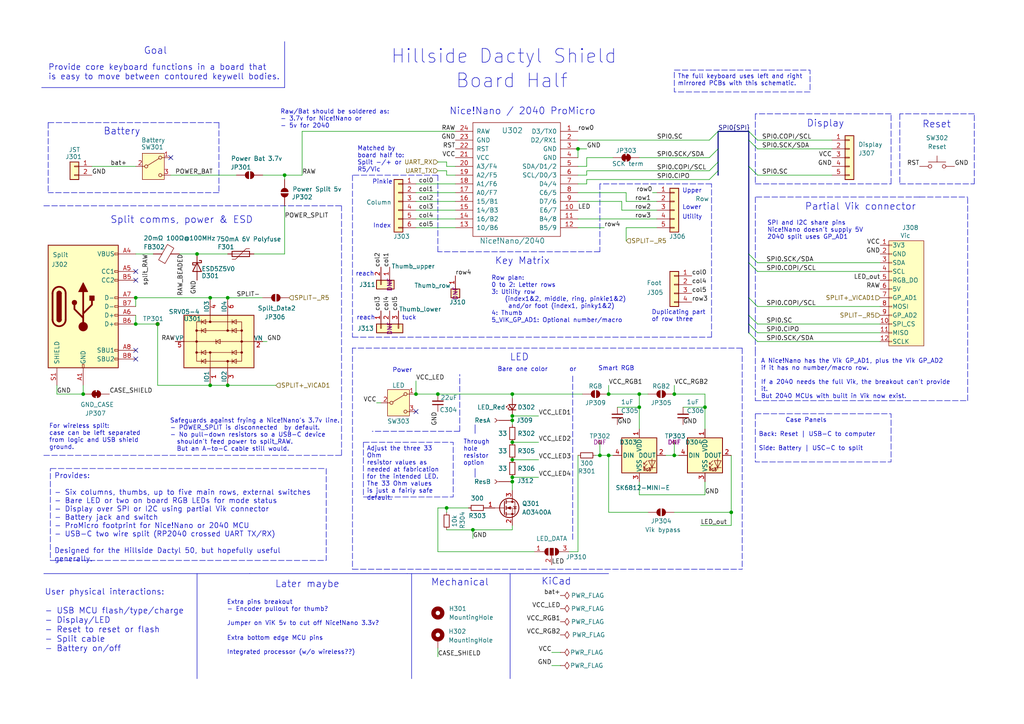
<source format=kicad_sch>
(kicad_sch (version 20250114) (generator "eeschema") (generator_version "9.0")
  (paper "A4")
  (title_block (title "Hillside Dactyl Shield") (date "2025-04-19") (rev "0.1.0-alpha.3") (comment 1 "  Headers: MCU, key matrix and display") (comment 2 "  On board: reset, battery switch and LEDs") (comment 3 "Provides:") (comment 4 "Shield for Dactyl split keyboards "))
  (bus_alias "SPI" (members "SC" "SCK/SDA" "COPI/SCL" "CIPO"))
  (text "Extra pins breakout\n- Encoder pullout for thumb?\n\nJumper on ViK 5v to cut off Nice!Nano 3.3v?" (at 65.786 181.61 0) (effects (font (size 1.27 1.27)) (justify left bottom)))
  (text "SPI and I2C share pins\nNice!Nano doesn't supply 5V\n2040 split uses GP_AD1" (at 222.504 66.802 0) (effects (font (size 1.27 1.27)) (justify left)))
  (text "Duplicating part\nof row three" (at 188.976 91.694 0) (effects (font (size 1.27 1.27)) (justify left)))
  (text "Matched by \nboard half to:\nSplit -/+ or \nR5/Vic" (at 103.632 50.038 0) (effects (font (size 1.27 1.27)) (justify left bottom)))
  (text "Upper" (at 197.866 56.134 0) (effects (font (size 1.27 1.27)) (justify left bottom)))
  (text "Board Half" (at 132.08 25.908 0) (effects (font (size 4 4)) (justify left bottom)))
  (text "Index" (at 108.204 66.294 0) (effects (font (size 1.27 1.27)) (justify left bottom)))
  (text "For wireless split: \ncase can be left separated \nfrom logic and USB shield \nground." (at 14.224 130.556 0) (effects (font (size 1.27 1.27)) (justify left bottom)))
  (text "Through\nhole\nresistor\noption" (at 134.366 135.128 0) (effects (font (size 1.27 1.27)) (justify left bottom)))
  (text "Utility" (at 197.866 63.754 0) (effects (font (size 1.27 1.27)) (justify left bottom)))
  (text "Battery" (at 29.972 39.37 0) (effects (font (size 2 2)) (justify left bottom)))
  (text "Key Matrix" (at 143.51 76.962 0) (effects (font (size 2 2)) (justify left bottom)))
  (text "Bare one color" (at 144.272 107.95 0) (effects (font (size 1.27 1.27)) (justify left bottom)))
  (text "tuck" (at 116.586 92.964 0) (effects (font (size 1.27 1.27)) (justify left bottom)))
  (text "Pinkie" (at 107.95 53.594 0) (effects (font (size 1.27 1.27)) (justify left bottom)))
  (text "Row plan:\n0 to 2: Letter rows\n3: Utility row \n    (index1&2, middle, ring, pinkie1&2) \n     and/or foot (index1, pinky1&2)\n4: Thumb\n5_VIK_GP_AD1: Optional number/macro" (at 142.494 86.868 0) (effects (font (size 1.27 1.27)) (justify left)))
  (text "Safeguards against frying a Nice!Nano's 3.7v line.\n- POWER_SPLIT is disconnected  by default.\n- No pull-down resistors so a USB-C device \n  shouldn't feed power to split_RAW.\n  But an A-to-C cable still would." (at 49.276 131.064 0) (effects (font (size 1.27 1.27)) (justify left bottom)))
  (text "Smart RGB" (at 173.482 107.696 0) (effects (font (size 1.27 1.27)) (justify left bottom)))
  (text "Lower" (at 197.866 60.96 0) (effects (font (size 1.27 1.27)) (justify left bottom)))
  (text "Display" (at 233.934 37.084 0) (effects (font (size 2 2)) (justify left bottom)))
  (text "KiCad" (at 156.972 169.926 0) (effects (font (size 2 2)) (justify left bottom)))
  (text "${TITLE}" (at 113.284 18.796 0) (effects (font (size 4 4)) (justify left bottom)))
  (text "Provide core keyboard functions in a board that\nis easy to move between contoured keywell bodies." (at 13.97 23.368 0) (effects (font (size 1.7 1.7)) (justify left bottom)))
  (text "User physical interactions:\n\n- USB MCU flash/type/charge\n- Display/LED\n- Reset to reset or flash\n- Split cable\n- Battery on/off\n" (at 12.954 189.23 0) (effects (font (size 1.7 1.7)) (justify left bottom)))
  (text "reach" (at 103.378 92.964 0) (effects (font (size 1.27 1.27)) (justify left bottom)))
  (text "Goal" (at 41.656 16.002 0) (effects (font (size 2 2)) (justify left bottom)))
  (text "Mechanical" (at 124.968 170.18 0) (effects (font (size 2 2)) (justify left bottom)))
  (text "Nice!Nano / 2040 ProMicro" (at 130.302 33.528 0) (effects (font (size 2 2)) (justify left bottom)))
  (text "Power" (at 113.792 108.204 0) (effects (font (size 1.27 1.27)) (justify left bottom)))
  (text "Partial Vik connector" (at 233.426 61.214 0) (effects (font (size 2 2)) (justify left bottom)))
  (text "LED" (at 147.828 104.902 0) (effects (font (size 2 2)) (justify left bottom)))
  (text "Raw/Bat should be soldered as:\n- 3.7v for Nice!Nano or\n- 5v for 2040" (at 81.28 37.338 0) (effects (font (size 1.27 1.27)) (justify left bottom)))
  (text "Later maybe" (at 79.756 170.688 0) (effects (font (size 2 2)) (justify left bottom)))
  (text "reach" (at 103.124 80.264 0) (effects (font (size 1.27 1.27)) (justify left bottom)))
  (text "or" (at 165.1 107.95 0) (effects (font (size 1.27 1.27)) (justify left bottom)))
  (text "Reset" (at 267.462 37.338 0) (effects (font (size 2 2)) (justify left bottom)))
  (text "Extra bottom edge MCU pins\n\nIntegrated processor (w/o wireless??)" (at 65.786 189.992 0) (effects (font (size 1.27 1.27)) (justify left bottom)))
  (text_box "A Nice!Nano has the Vik GP_AD1, plus the Vik GP_AD2 \nif it has no number/macro row.\n\nIf a 2040 needs the full Vik, the breakout can't provide it.\nBut 2040 MCUs with built in Vik now exist." (at 219.71 102.87 0) (size 59.69 12.7) (margins 0.9524 0.9524 0.9524 0.9524) (stroke (width -0.0001) (type dash)) (effects (font (size 1.27 1.27)) (justify left top)))
  (text_box "The full keyboard uses left and right \nmirrored PCBs with this schematic." (at 195.58 20.32 0) (size 39.37 6.35) (margins 0.9525 0.9525 0.9525 0.9525) (stroke (width 0) (type dash)) (effects (font (size 1.27 1.27)) (justify left top)))
  (text_box "Adjust the three 33 Ohm\nresistor values as\nneeded at fabrication\nfor the intended LED.\nThe 33 Ohm values\nis just a fairly safe\ndefault." (at 105.41 128.27 0) (size 26.035 15.875) (margins 0.9525 0.9525 0.9525 0.9525) (stroke (width 0) (type dash)) (effects (font (size 1.27 1.27)) (justify left top)))
  (text_box "Provides:\n\n- Six columns, thumbs, up to five main rows, external switches\n- Bare LED or two on board RGB LEDs for mode status\n- Display over SPI or I2C using partial Vik connector\n- Battery jack and switch\n- ProMicro footprint for Nice!Nano or 2040 MCU\n- USB-C two wire split (RP2040 crossed UART TX/RX)\n\nDesigned for the Hillside Dactyl 50, but hopefully useful generally." (at 14.605 135.89 0) (size 80.01 26.67) (margins 1.125 1.125 1.125 1.125) (stroke (width 0) (type dash)) (effects (font (size 1.5 1.5)) (justify left top)))
  (text_box "        Case Panels\n\nBack: Reset | USB-C to computer\n\nSide: Battery | USC-C to split" (at 219.075 120.015 0) (size 39.37 13.97) (margins 0.9525 0.9525 0.9525 0.9525) (stroke (width 0) (type dash)) (effects (font (size 1.27 1.27)) (justify left top)))
  (text_box "Split comms, power & ESD" (at 30.48 60.96 0) (size 45.72 5.715) (margins 1.4999 1.4999 1.4999 1.4999) (stroke (width -0.0001)) (effects (font (size 2 2)) (justify left top)))
  (junction (at 204.47 118.11))
  (junction (at 57.15 73.66))
  (junction (at 66.04 86.36))
  (junction (at 120.65 114.3))
  (junction (at 176.53 132.08))
  (junction (at 167.64 43.18))
  (junction (at 66.04 111.76))
  (junction (at 195.58 114.3))
  (junction (at 195.58 132.08))
  (junction (at 82.55 50.8))
  (junction (at 148.59 120.65))
  (junction (at 137.16 153.67))
  (junction (at 148.59 114.3))
  (junction (at 185.42 118.11))
  (junction (at 148.59 138.43))
  (junction (at 148.59 128.27))
  (junction (at 173.99 132.08))
  (junction (at 60.96 86.36))
  (junction (at 24.13 114.3))
  (junction (at 185.42 114.3))
  (junction (at 176.53 114.3))
  (junction (at 148.59 121.92))
  (junction (at 127 114.3))
  (junction (at 212.09 148.59))
  (junction (at 129.54 147.32))
  (junction (at 148.59 133.35))
  (junction (at 39.37 86.36))
  (junction (at 39.37 93.98))
  (junction (at 60.96 111.76))
  (junction (at 148.59 139.7))
  (junction (at 45.72 93.98))
  (no_connect (at 120.65 119.38))
  (no_connect (at 39.37 78.74))
  (no_connect (at 49.53 45.72))
  (no_connect (at 39.37 81.28))
  (no_connect (at 39.37 101.6))
  (no_connect (at 39.37 104.14))
  (bus_entry (at 217.17 40.64) (size 2.54 2.54))
  (bus_entry (at 217.17 91.44) (size 2.54 2.54))
  (bus_entry (at 208.28 43.18) (size -2.54 2.54))
  (bus_entry (at 217.17 86.36) (size 2.54 2.54))
  (bus_entry (at 208.28 49.53) (size -2.54 2.54))
  (bus_entry (at 217.17 48.26) (size 2.54 2.54))
  (bus_entry (at 208.28 46.99) (size -2.54 2.54))
  (bus_entry (at 217.17 96.52) (size 2.54 2.54))
  (bus_entry (at 217.17 76.2) (size 2.54 2.54))
  (bus_entry (at 217.17 93.98) (size 2.54 2.54))
  (bus_entry (at 208.28 38.1) (size -2.54 2.54))
  (bus_entry (at 217.17 73.66) (size 2.54 2.54))
  (bus_entry (at 217.17 38.1) (size 2.54 2.54))
  (wire (pts (xy 76.2 50.8) (xy 82.55 50.8)))
  (bus (pts (xy 217.17 40.64) (xy 217.17 48.26)))
  (wire (pts (xy 129.54 49.53) (xy 129.54 50.8)))
  (wire (pts (xy 179.07 118.11) (xy 185.42 118.11)))
  (wire (pts (xy 148.59 153.67) (xy 148.59 152.4)))
  (wire (pts (xy 16.51 114.3) (xy 16.51 111.76)))
  (wire (pts (xy 212.09 152.4) (xy 212.09 148.59)))
  (wire (pts (xy 82.55 50.8) (xy 82.55 52.07)))
  (polyline (pts (xy 127 73.025) (xy 127 72.39)) (stroke (width 0) (type dot)))
  (wire (pts (xy 170.18 48.26) (xy 167.64 48.26)))
  (wire (pts (xy 39.37 91.44) (xy 39.37 93.98)))
  (polyline (pts (xy 102.235 165.1) (xy 215.265 165.1)) (stroke (width 0) (type dash)))
  (wire (pts (xy 73.66 73.66) (xy 82.55 73.66)))
  (wire (pts (xy 167.64 50.8) (xy 170.18 50.8)))
  (wire (pts (xy 120.65 53.34) (xy 132.08 53.34)))
  (wire (pts (xy 219.71 93.98) (xy 255.27 93.98)))
  (polyline (pts (xy 219.075 101.6) (xy 219.075 116.205)) (stroke (width 0) (type dash)))
  (wire (pts (xy 148.59 120.65) (xy 148.59 121.92)))
  (polyline (pts (xy 219.075 53.34) (xy 258.445 53.34)) (stroke (width 0) (type dash)))
  (wire (pts (xy 181.61 58.42) (xy 181.61 55.88)))
  (wire (pts (xy 219.71 76.2) (xy 255.27 76.2)))
  (wire (pts (xy 193.04 132.08) (xy 195.58 132.08)))
  (polyline (pts (xy 133.35 125.095) (xy 107.95 125.095)) (stroke (width 0) (type dash)))
  (wire (pts (xy 66.04 86.36) (xy 76.2 86.36)))
  (wire (pts (xy 129.54 148.59) (xy 129.54 147.32)))
  (wire (pts (xy 120.65 66.04) (xy 132.08 66.04)))
  (wire (pts (xy 195.58 111.76) (xy 195.58 114.3)))
  (polyline (pts (xy 266.7 57.15) (xy 280.67 57.15)) (stroke (width 0) (type dash)))
  (wire (pts (xy 60.96 111.76) (xy 45.72 111.76)))
  (polyline (pts (xy 206.375 97.79) (xy 206.375 53.34)) (stroke (width 0) (type dash)))
  (polyline (pts (xy 147.955 166.37) (xy 147.955 196.85)))
  (wire (pts (xy 148.59 139.7) (xy 148.59 142.24)))
  (wire (pts (xy 24.13 114.3) (xy 24.13 111.76)))
  (wire (pts (xy 148.59 115.57) (xy 148.59 114.3)))
  (wire (pts (xy 173.99 128.27) (xy 173.99 132.08)))
  (wire (pts (xy 120.65 110.49) (xy 120.65 114.3)))
  (wire (pts (xy 127 147.32) (xy 127 160.02)))
  (wire (pts (xy 195.58 132.08) (xy 196.85 132.08)))
  (wire (pts (xy 185.42 118.11) (xy 185.42 124.46)))
  (wire (pts (xy 39.37 73.66) (xy 44.45 73.66)))
  (wire (pts (xy 172.72 132.08) (xy 173.99 132.08)))
  (wire (pts (xy 195.58 114.3) (xy 204.47 114.3)))
  (bus (pts (xy 208.28 38.1) (xy 208.28 43.18)))
  (wire (pts (xy 170.18 53.34) (xy 167.64 53.34)))
  (polyline (pts (xy 127 50.8) (xy 102.235 50.8)) (stroke (width 0) (type dash)))
  (wire (pts (xy 219.71 78.74) (xy 255.27 78.74)))
  (wire (pts (xy 127 114.3) (xy 148.59 114.3)))
  (wire (pts (xy 219.71 99.06) (xy 255.27 99.06)))
  (wire (pts (xy 170.18 50.8) (xy 170.18 49.53)))
  (polyline (pts (xy 173.99 73.025) (xy 127 73.025)) (stroke (width 0) (type dash)))
  (wire (pts (xy 219.71 40.64) (xy 241.3 40.64)))
  (polyline (pts (xy 219.075 57.15) (xy 219.075 101.6)) (stroke (width 0) (type dash)))
  (wire (pts (xy 170.18 49.53) (xy 205.74 49.53)))
  (wire (pts (xy 170.18 52.07) (xy 205.74 52.07)))
  (wire (pts (xy 120.65 114.3) (xy 127 114.3)))
  (wire (pts (xy 204.47 143.51) (xy 204.47 139.7)))
  (wire (pts (xy 167.64 132.08) (xy 167.64 160.02)))
  (polyline (pts (xy 119.38 166.37) (xy 119.38 196.85)))
  (wire (pts (xy 45.72 111.76) (xy 45.72 93.98)))
  (polyline (pts (xy 260.985 33.02) (xy 260.985 53.34)) (stroke (width 0) (type dash)))
  (bus (pts (xy 217.17 40.64) (xy 217.17 38.1)))
  (wire (pts (xy 57.15 73.66) (xy 66.04 73.66)))
  (wire (pts (xy 185.42 45.72) (xy 205.74 45.72)))
  (wire (pts (xy 185.42 143.51) (xy 204.47 143.51)))
  (wire (pts (xy 132.08 38.1) (xy 87.63 38.1)))
  (bus (pts (xy 217.17 76.2) (xy 217.17 73.66)))
  (wire (pts (xy 39.37 93.98) (xy 45.72 93.98)))
  (polyline (pts (xy 82.55 25.4) (xy 82.55 12.065)))
  (wire (pts (xy 165.1 160.02) (xy 167.64 160.02)))
  (wire (pts (xy 160.02 189.23) (xy 162.56 189.23)))
  (bus (pts (xy 217.17 73.66) (xy 217.17 48.26)))
  (polyline (pts (xy 102.235 97.79) (xy 206.375 97.79)) (stroke (width 0) (type dash)))
  (wire (pts (xy 180.34 60.96) (xy 180.34 58.42)))
  (wire (pts (xy 170.18 45.72) (xy 177.8 45.72)))
  (polyline (pts (xy 173.99 53.34) (xy 173.99 73.025)) (stroke (width 0) (type dash)))
  (wire (pts (xy 181.61 66.04) (xy 181.61 69.85)))
  (wire (pts (xy 185.42 114.3) (xy 185.42 118.11)))
  (wire (pts (xy 39.37 86.36) (xy 60.96 86.36)))
  (polyline (pts (xy 127 50.8) (xy 127 73.025)) (stroke (width 0) (type dash)))
  (wire (pts (xy 127 49.53) (xy 129.54 49.53)))
  (wire (pts (xy 167.64 63.5) (xy 190.5 63.5)))
  (wire (pts (xy 167.64 43.18) (xy 170.18 43.18)))
  (wire (pts (xy 219.71 50.8) (xy 241.3 50.8)))
  (polyline (pts (xy 99.06 132.08) (xy 99.06 59.69)) (stroke (width 0) (type dash)))
  (wire (pts (xy 87.63 38.1) (xy 87.63 50.8)))
  (polyline (pts (xy 206.375 53.34) (xy 173.99 53.34)) (stroke (width 0) (type dash)))
  (wire (pts (xy 167.64 55.88) (xy 181.61 55.88)))
  (polyline (pts (xy 166.116 156.464) (xy 166.116 108.839)) (stroke (width 0) (type dash)))
  (wire (pts (xy 181.61 66.04) (xy 190.5 66.04)))
  (bus (pts (xy 208.28 43.18) (xy 208.28 46.99)))
  (polyline (pts (xy 137.795 135.89) (xy 137.795 138.43)) (stroke (width 0) (type solid)))
  (wire (pts (xy 160.02 193.04) (xy 162.56 193.04)))
  (wire (pts (xy 176.53 111.76) (xy 176.53 114.3)))
  (wire (pts (xy 167.64 45.72) (xy 167.64 43.18)))
  (wire (pts (xy 127 160.02) (xy 154.94 160.02)))
  (polyline (pts (xy 219.075 33.02) (xy 219.075 53.34)) (stroke (width 0) (type dash)))
  (wire (pts (xy 16.51 114.3) (xy 24.13 114.3)))
  (bus (pts (xy 217.17 96.52) (xy 217.17 93.98)))
  (wire (pts (xy 204.47 114.3) (xy 204.47 118.11)))
  (polyline (pts (xy 72.39 166.37) (xy 118.11 166.37)))
  (wire (pts (xy 219.71 96.52) (xy 255.27 96.52)))
  (polyline (pts (xy 258.445 33.02) (xy 219.075 33.02)) (stroke (width 0) (type dash)))
  (wire (pts (xy 129.54 48.26) (xy 132.08 48.26)))
  (wire (pts (xy 127 147.32) (xy 129.54 147.32)))
  (wire (pts (xy 181.61 58.42) (xy 190.5 58.42)))
  (wire (pts (xy 66.04 111.76) (xy 60.96 111.76)))
  (wire (pts (xy 87.63 50.8) (xy 82.55 50.8)))
  (wire (pts (xy 148.59 121.92) (xy 148.59 123.19)))
  (wire (pts (xy 80.01 111.76) (xy 66.04 111.76)))
  (polyline (pts (xy 133.35 125.095) (xy 133.35 108.585)) (stroke (width 0) (type dash)))
  (wire (pts (xy 137.16 153.67) (xy 148.59 153.67)))
  (polyline (pts (xy 102.235 50.8) (xy 102.235 97.79)) (stroke (width 0) (type dash)))
  (polyline (pts (xy 102.235 100.965) (xy 102.235 165.1)) (stroke (width 0) (type dash)))
  (wire (pts (xy 180.34 60.96) (xy 190.5 60.96)))
  (polyline (pts (xy 280.67 116.205) (xy 280.67 57.15)) (stroke (width 0) (type dash)))
  (wire (pts (xy 49.53 50.8) (xy 68.58 50.8)))
  (wire (pts (xy 82.55 59.69) (xy 82.55 73.66)))
  (polyline (pts (xy 13.97 35.56) (xy 13.97 55.88)) (stroke (width 0) (type dash)))
  (wire (pts (xy 167.64 66.04) (xy 175.26 66.04)))
  (wire (pts (xy 195.58 128.27) (xy 195.58 132.08)))
  (wire (pts (xy 167.64 58.42) (xy 180.34 58.42)))
  (wire (pts (xy 204.47 118.11) (xy 204.47 124.46)))
  (wire (pts (xy 212.09 152.4) (xy 203.2 152.4)))
  (wire (pts (xy 176.53 132.08) (xy 177.8 132.08)))
  (wire (pts (xy 195.58 148.59) (xy 212.09 148.59)))
  (wire (pts (xy 173.99 132.08) (xy 176.53 132.08)))
  (wire (pts (xy 60.96 86.36) (xy 66.04 86.36)))
  (wire (pts (xy 129.54 50.8) (xy 132.08 50.8)))
  (wire (pts (xy 170.18 45.72) (xy 170.18 48.26)))
  (wire (pts (xy 190.5 55.88) (xy 189.23 55.88)))
  (wire (pts (xy 127 187.96) (xy 127 190.5)))
  (wire (pts (xy 176.53 114.3) (xy 185.42 114.3)))
  (wire (pts (xy 120.65 55.88) (xy 132.08 55.88)))
  (polyline (pts (xy 12.7 166.37) (xy 72.39 166.37)))
  (wire (pts (xy 170.18 52.07) (xy 170.18 53.34)))
  (polyline (pts (xy 260.985 53.34) (xy 282.575 53.34)) (stroke (width 0) (type dash)))
  (polyline (pts (xy 176.53 166.37) (xy 118.11 166.37)))
  (wire (pts (xy 109.22 116.84) (xy 110.49 116.84)))
  (polyline (pts (xy 12.7 59.69) (xy 99.06 59.69)) (stroke (width 0) (type dash)))
  (polyline (pts (xy 63.5 35.56) (xy 63.5 55.88)) (stroke (width 0) (type dash)))
  (wire (pts (xy 148.59 128.27) (xy 156.21 128.27)))
  (polyline (pts (xy 219.075 116.205) (xy 280.67 116.205)) (stroke (width 0) (type dash)))
  (polyline (pts (xy 215.265 100.965) (xy 215.265 165.1)) (stroke (width 0) (type dash)))
  (wire (pts (xy 176.53 148.59) (xy 187.96 148.59)))
  (wire (pts (xy 219.71 88.9) (xy 255.27 88.9)))
  (wire (pts (xy 219.71 43.18) (xy 241.3 43.18)))
  (polyline (pts (xy 13.97 35.56) (xy 63.5 35.56)) (stroke (width 0) (type dash)))
  (wire (pts (xy 39.37 86.36) (xy 39.37 88.9)))
  (wire (pts (xy 76.2 99.06) (xy 77.47 99.06)))
  (wire (pts (xy 120.65 58.42) (xy 132.08 58.42)))
  (wire (pts (xy 176.53 132.08) (xy 176.53 148.59)))
  (wire (pts (xy 167.64 40.64) (xy 205.74 40.64)))
  (wire (pts (xy 26.67 48.26) (xy 39.37 48.26)))
  (wire (pts (xy 52.07 73.66) (xy 57.15 73.66)))
  (wire (pts (xy 185.42 114.3) (xy 187.96 114.3)))
  (polyline (pts (xy 12.7 132.08) (xy 99.06 132.08)) (stroke (width 0) (type dash)))
  (polyline (pts (xy 282.575 33.02) (xy 260.985 33.02)) (stroke (width 0) (type dash)))
  (wire (pts (xy 120.65 63.5) (xy 132.08 63.5)))
  (wire (pts (xy 148.59 114.3) (xy 168.91 114.3)))
  (bus (pts (xy 217.17 76.2) (xy 217.17 86.36)))
  (wire (pts (xy 148.59 138.43) (xy 148.59 139.7)))
  (wire (pts (xy 148.59 120.65) (xy 156.21 120.65)))
  (wire (pts (xy 198.12 118.11) (xy 204.47 118.11)))
  (polyline (pts (xy 215.265 100.965) (xy 102.235 100.965)) (stroke (width 0) (type dash)))
  (wire (pts (xy 129.54 46.99) (xy 129.54 48.26)))
  (polyline (pts (xy 266.7 57.15) (xy 219.075 57.15)) (stroke (width 0) (type dash)))
  (wire (pts (xy 148.59 133.35) (xy 156.21 133.35)))
  (wire (pts (xy 185.42 143.51) (xy 185.42 139.7)))
  (polyline (pts (xy 12.065 25.4) (xy 82.55 25.4)))
  (polyline (pts (xy 258.445 53.34) (xy 258.445 33.02)) (stroke (width 0) (type dash)))
  (wire (pts (xy 137.16 153.67) (xy 137.16 156.21)))
  (polyline (pts (xy 57.15 166.37) (xy 57.15 196.85)))
  (bus (pts (xy 208.28 46.99) (xy 208.28 49.53)))
  (bus (pts (xy 217.17 91.44) (xy 217.17 93.98)))
  (wire (pts (xy 120.65 60.96) (xy 132.08 60.96)))
  (bus (pts (xy 208.28 49.53) (xy 208.28 50.8)))
  (wire (pts (xy 212.09 132.08) (xy 212.09 148.59)))
  (bus (pts (xy 208.28 38.1) (xy 217.17 38.1)))
  (wire (pts (xy 137.16 153.67) (xy 129.54 153.67)))
  (polyline (pts (xy 282.575 53.34) (xy 282.575 33.02)) (stroke (width 0) (type dash)))
  (polyline (pts (xy 63.5 55.88) (xy 13.97 55.88)) (stroke (width 0) (type dash)))
  (wire (pts (xy 129.54 147.32) (xy 135.89 147.32)))
  (polyline (pts (xy 137.795 123.19) (xy 137.795 125.73)) (stroke (width 0) (type solid)))
  (bus (pts (xy 217.17 86.36) (xy 217.17 91.44)))
  (wire (pts (xy 127 46.99) (xy 129.54 46.99)))
  (wire (pts (xy 148.59 138.43) (xy 156.21 138.43)))
  (label "GND" (at 255.27 73.66 180))
  (label "GND" (at 26.67 50.8 0))
  (label "SPI0.COPI{slash}SCL" (at 220.98 40.64 0))
  (label "LED" (at 160.02 163.83 0))
  (label "GND" (at 276.86 48.26 0))
  (label "row3" (at 200.66 87.63 0))
  (label "col3" (at 110.49 90.17 90))
  (label "VCC_RGB1" (at 176.53 111.76 0))
  (label "SPI0.SCK{slash}SDA" (at 222.25 99.06 0))
  (label "SPI0{SPI}" (at 208.28 38.1 0))
  (label "row4" (at 132.08 80.01 0))
  (label "VCC" (at 160.02 189.23 180))
  (label "LED_out" (at 203.2 152.4 0))
  (label "VCC" (at 109.22 116.84 180))
  (label "RAW_BEADED" (at 53.34 73.66 270))
  (label "GND" (at 127 119.38 270))
  (label "GND" (at 77.47 99.06 0))
  (label "SPI0.SCK{slash}SDA" (at 190.5 45.72 0))
  (label "VCC_LED1" (at 156.21 120.65 0))
  (label "col0" (at 200.66 80.01 0))
  (label "col2" (at 110.49 77.47 90))
  (label "row4" (at 175.26 66.04 0))
  (label "SPI0.CIPO" (at 222.25 96.52 0))
  (label "GND" (at 160.02 193.04 180))
  (label "GND" (at 179.07 123.19 0))
  (label "VCC_LED2" (at 156.21 128.27 0))
  (label "SPI0.COPI{slash}SCL" (at 222.25 88.9 0))
  (label "col4" (at 125.73 63.5 180))
  (label "LED_out" (at 255.27 81.28 180))
  (label "LED" (at 167.64 60.96 0))
  (label "split_RAW" (at 43.18 73.66 270))
  (label "col5" (at 200.66 85.09 0))
  (label "SPI0.COPI{slash}SCL" (at 190.5 49.53 0))
  (label "VCC_RGB2" (at 162.56 184.15 180))
  (label "SPI0.SC" (at 190.5 40.64 0))
  (label "VCC_LED3" (at 156.21 133.35 0))
  (label "col5" (at 125.73 66.04 180))
  (label "col0" (at 125.73 53.34 180))
  (label "col4" (at 200.66 82.55 0))
  (label "RAW" (at 255.27 83.82 180))
  (label "SPI0.SC" (at 220.98 50.8 0))
  (label "VCC_LED" (at 120.65 110.49 0))
  (label "row1" (at 184.15 58.42 0))
  (label "SPLIT-" (at 68.58 86.36 0))
  (label "VCC" (at 241.3 45.72 180))
  (label "VCC" (at 132.08 45.72 180))
  (label "col5" (at 115.57 90.17 90))
  (label "VCC_RGB1" (at 162.56 180.34 180))
  (label "GND" (at 198.12 123.19 0))
  (label "RST" (at 266.7 48.26 180))
  (label "GND" (at 16.51 114.3 0))
  (label "SPI0.COPI{slash}SCL" (at 222.25 78.74 0))
  (label "SPI0.CIPO" (at 190.5 52.07 0))
  (label "col1" (at 113.03 77.47 90))
  (label "RAW" (at 87.63 50.8 0))
  (label "VCC" (at 255.27 71.12 180))
  (label "col1" (at 125.73 55.88 180))
  (label "GND" (at 241.3 48.26 180))
  (label "row2" (at 184.15 60.96 0))
  (label "bat+" (at 36.83 48.26 180))
  (label "VCC_LED" (at 162.56 176.53 180))
  (label "GND" (at 137.16 156.21 0))
  (label "SPI0.SC" (at 222.25 93.98 0))
  (label "col4" (at 113.03 90.17 90))
  (label "POWER_SPLIT" (at 82.55 63.5 0))
  (label "GND" (at 204.47 143.51 0))
  (label "GND" (at 57.15 81.28 270))
  (label "CASE_SHIELD" (at 127 190.5 0))
  (label "GND" (at 170.18 43.18 0))
  (label "CASE_SHIELD" (at 31.75 114.3 0))
  (label "POWER_BAT" (at 50.8 50.8 0))
  (label "VCC_RGB2" (at 195.58 111.76 0))
  (label "GND" (at 132.08 40.64 180))
  (label "RAW" (at 50.8 99.06 180))
  (label "row0" (at 167.64 38.1 0))
  (label "row3" (at 184.15 63.5 0))
  (label "SPI0.SCK{slash}SDA" (at 220.98 43.18 0))
  (label "RAW" (at 132.08 38.1 180))
  (label "col3" (at 125.73 60.96 180))
  (label "bat+" (at 162.56 172.72 180))
  (label "RST" (at 132.08 43.18 180))
  (label "col2" (at 125.73 58.42 180))
  (label "SPI0.SCK{slash}SDA" (at 222.25 76.2 0))
  (label "VCC_LED4" (at 156.21 138.43 0))
  (label "row0" (at 189.23 55.88 180))
  (hierarchical_label "SPLIT+_VICAD1" (shape input) (at 255.27 86.36 180))
  (hierarchical_label "SPLIT+_VICAD1" (shape input) (at 80.01 111.76 0))
  (hierarchical_label "UART_RX" (shape input) (at 127 46.99 180))
  (hierarchical_label "SPLIT-_R5" (shape input) (at 83.82 86.36 0))
  (hierarchical_label "SPLIT-_R5" (shape input) (at 255.27 91.44 180))
  (hierarchical_label "SPLIT-_R5" (shape input) (at 181.61 69.85 0))
  (hierarchical_label "UART_TX" (shape input) (at 127 49.53 180))
  (symbol (lib_id "Device:R_Small") (at 148.59 130.81 180) (unit 1)
    (property "Reference" "R205" (at 152.654 130.81 0))
    (property "Value" "33" (at 145.796 130.81 0))
    (property "Footprint" "Resistor_SMD:R_0805_2012Metric_Pad1.20x1.40mm_HandSolder" (effects (hide yes)))
    (property "Description" "Resistor, small symbol" (effects (hide yes)))
    (property "LCSC Part" "C17634" (effects (hide yes)))
    (property "JLC PCBA Type" "Econom" (effects (hide yes)))
    (property "Role" "LED" (effects (hide yes)))
    (instances (project "Dactyl Shield" (path "" (reference "R305") (unit 1)) (path "" (reference "R205") (unit 1))))
  )
  (symbol (lib_id "Connector_Generic:Conn_01x04") (at 195.58 82.55 0) (mirror y) (unit 1) (in_bom no)
    (property "Reference" "J205" (at 189.992 84.836 0))
    (property "Value" "Foot" (at 189.738 82.0419 0))
    (property "Footprint" "Dactyl:PinHeader_External" (effects (hide yes)))
    (property "Config" "DNF" (effects (hide yes)))
    (property "Role" "Matrix" (effects (hide yes)))
    (instances (project "Dactyl Shield" (path "" (reference "J305") (unit 1)) (path "" (reference "J205") (unit 1))))
  )
  (symbol (lib_id "power:PWR_FLAG") (at 162.56 184.15 270) (unit 1)
    (property "Reference" "#FLG0206" (effects (hide yes)))
    (property "Value" "PWR_FLAG" (at 170.688 184.15 90))
    (property "Description" "Special symbol for telling ERC where power comes from" (effects (hide yes)))
    (instances (project "Dactyl Shield" (path "" (reference "#FLG0306") (unit 1)) (path "" (reference "#FLG0206") (unit 1))))
  )
  (symbol (lib_id "Connector_Generic:Conn_01x01") (at 132.08 85.09 270) (unit 1) (in_bom no)
    (property "Reference" "J210" (at 130.302 87.63 90) (effects (justify left)))
    (property "Value" "Thumb_row" (at 120.142 82.804 90) (effects (justify left)))
    (property "Footprint" "Dactyl:PinHeader_Thumb_row" (effects (hide yes)))
    (property "Description" "Generic connector, single row, 01x01, script generated (kicad-library-utils/schlib/autogen/connector/)" (effects (hide yes)))
    (property "Config" "DNF" (at 132.08 85.09 0))
    (instances (project "" (path "" (reference "J310") (unit 1)) (path "" (reference "J210") (unit 1))))
  )
  (symbol (lib_id "Device:R_Small") (at 138.43 147.32 90) (unit 1)
    (property "Reference" "R203" (at 138.43 149.606 90))
    (property "Value" "300" (at 138.43 144.526 90))
    (property "Footprint" "Resistor_SMD:R_0603_1608Metric" (effects (hide yes)))
    (property "Description" "Resistor, small symbol" (effects (hide yes)))
    (property "LCSC Part" "C23025" (effects (hide yes)))
    (property "JLC PCBA Type" "Econom" (effects (hide yes)))
    (property "Role" "LED" (effects (hide yes)))
    (instances (project "Dactyl Shield" (path "" (reference "R303") (unit 1)) (path "" (reference "R203") (unit 1))))
  )
  (symbol (lib_name "Conn_01x01_Socket_1") (lib_id "Connector:Conn_01x01_Socket") (at 143.51 139.7 180) (unit 1)
    (property "Reference" "J212" (at 152.4 139.446 0))
    (property "Value" "ResB" (at 139.954 139.7 0))
    (property "Footprint" "Dactyl_basics:Conn_Pin_D0.8mm" (effects (hide yes)))
    (property "Description" "Generic connector, single row, 01x01, script generated" (effects (hide yes)))
    (property "Config" "DNF" (effects (hide yes)))
    (property "Role" "LED" (effects (hide yes)))
    (instances (project "Dactyl Shield" (path "" (reference "J312") (unit 1)) (path "" (reference "J212") (unit 1))))
  )
  (symbol (lib_id "Mechanical:MountingHole_Pad") (at 127 185.42 0) (unit 1) (in_bom no)
    (property "Reference" "H202" (at 130.048 183.134 0) (effects (justify left)))
    (property "Value" "MountingHole" (at 130.048 185.674 0) (effects (justify left)))
    (property "Footprint" "MountingHole:MountingHole_3.2mm_M3_DIN965_Pad" (effects (hide yes)))
    (property "Description" "Mounting Hole with connection" (effects (hide yes)))
    (property "Config" "DNF" (effects (hide yes)))
    (property "Role" "Case" (effects (hide yes)))
    (instances (project "Dactyl Shield" (path "" (reference "H302") (unit 1)) (path "" (reference "H202") (unit 1))))
  )
  (symbol (lib_id "Connector:Conn_01x01_Socket") (at 143.51 121.92 180) (unit 1)
    (property "Reference" "J209" (at 152.146 121.92 0))
    (property "Value" "ResA" (at 139.954 121.92 0))
    (property "Footprint" "Dactyl_basics:Conn_Pin_D0.8mm" (effects (hide yes)))
    (property "Description" "Generic connector, single row, 01x01, script generated" (effects (hide yes)))
    (property "Config" "DNF" (effects (hide yes)))
    (property "Role" "LED" (effects (hide yes)))
    (instances (project "" (path "" (reference "J309") (unit 1)) (path "" (reference "J209") (unit 1))))
  )
  (symbol (lib_id "Device:R_Small") (at 148.59 125.73 180) (unit 1)
    (property "Reference" "R202" (at 152.654 125.73 0))
    (property "Value" "33" (at 145.796 125.73 0))
    (property "Footprint" "Resistor_SMD:R_0805_2012Metric_Pad1.20x1.40mm_HandSolder" (effects (hide yes)))
    (property "Description" "Resistor, small symbol" (effects (hide yes)))
    (property "LCSC Part" "C17634" (effects (hide yes)))
    (property "JLC PCBA Type" "Econom" (effects (hide yes)))
    (property "Role" "LED" (effects (hide yes)))
    (instances (project "Dactyl Shield" (path "" (reference "R302") (unit 1)) (path "" (reference "R202") (unit 1))))
  )
  (symbol (lib_id "Device:Polyfuse") (at 69.85 73.66 90) (unit 1)
    (property "Reference" "F201" (at 65.532 71.628 90))
    (property "Value" "750mA 6V Polyfuse" (at 72.136 69.342 90))
    (property "Footprint" "Fuse:Fuse_0805_2012Metric" (effects (hide yes)))
    (property "Description" "Resettable fuse, polymeric positive temperature coefficient" (effects (hide yes)))
    (property "JLC PCBA Type" "Extended" (effects (hide yes)))
    (property "LCSC Part" "C116173" (effects (hide yes)))
    (property "Role" "ESD" (effects (hide yes)))
    (instances (project "Dactyl Shield" (path "" (reference "F301") (unit 1)) (path "" (reference "F201") (unit 1))))
  )
  (symbol (lib_id "power:PWR_FLAG") (at 162.56 172.72 270) (unit 1)
    (property "Reference" "#FLG0203" (effects (hide yes)))
    (property "Value" "PWR_FLAG" (at 170.434 172.72 90))
    (property "Description" "Special symbol for telling ERC where power comes from" (effects (hide yes)))
    (instances (project "Dactyl Shield" (path "" (reference "#FLG0303") (unit 1)) (path "" (reference "#FLG0203") (unit 1))))
  )
  (symbol (lib_id "Connector_Generic:Conn_01x06") (at 115.57 58.42 0) (mirror y) (unit 1) (in_bom no)
    (property "Reference" "J203" (at 118.872 68.58 0) (effects (justify left)))
    (property "Value" "Column" (at 113.538 58.6739 0) (effects (justify left)))
    (property "Footprint" "Dactyl:PinHeader_Columns" (effects (hide yes)))
    (property "Config" "DNF" (effects (hide yes)))
    (property "Role" "Matrix" (effects (hide yes)))
    (instances (project "Dactyl Shield" (path "" (reference "J303") (unit 1)) (path "" (reference "J203") (unit 1))))
  )
  (symbol (lib_id "Device:FerriteBead") (at 48.26 73.66 90) (unit 1)
    (property "Reference" "FB202" (at 44.704 71.628 90))
    (property "Value" "20mΩ 100Ω@100MHz" (at 52.07 69.088 90))
    (property "Footprint" "Inductor_SMD:L_0805_2012Metric" (effects (hide yes)))
    (property "Description" "Ferrite bead" (effects (hide yes)))
    (property "JLC PCBA Type" "Extended" (effects (hide yes)))
    (property "LCSC Part" "C15957" (effects (hide yes)))
    (property "Role" "ESD" (effects (hide yes)))
    (instances (project "Dactyl Shield" (path "" (reference "FB302") (unit 1)) (path "" (reference "FB202") (unit 1))))
  )
  (symbol (lib_id "Switch:SW_SPDT") (at 44.45 48.26 0) (unit 1)
    (property "Reference" "SW201" (at 44.196 42.672 0))
    (property "Value" "Battery" (at 44.45 40.64 0))
    (property "Footprint" "Dactyl:SW_SPDT_Battery" (effects (hide yes)))
    (property "JLC PCBA Type" "Standard" (effects (hide yes)))
    (property "LCSC Part" "C221662" (effects (hide yes)))
    (property "Role" "Batt" (effects (hide yes)))
    (instances (project "Dactyl Shield" (path "" (reference "SW301") (unit 1)) (path "" (reference "SW201") (unit 1))))
  )
  (symbol (lib_id "Connector:TestPoint_Small") (at 195.58 128.27 270) (unit 1)
    (property "Reference" "TP203" (at 192.786 126.492 90) (effects (justify left)))
    (property "Value" "TestPoint_Small" (effects (hide yes)))
    (property "Footprint" "TestPoint:TestPoint_THTPad_D1.0mm_Drill0.5mm" (effects (hide yes)))
    (property "Description" "test point" (effects (hide yes)))
    (property "Config" "DNF" (at 195.58 128.27 90))
    (instances (project "" (path "" (reference "TP303") (unit 1)) (path "" (reference "TP203") (unit 1))))
  )
  (symbol (lib_id "Jumper:SolderJumper_2_Open") (at 191.77 148.59 0) (unit 1) (in_bom no)
    (property "Reference" "JP204" (at 191.77 151.13 0))
    (property "Value" "Vik bypass" (at 192.278 153.67 0))
    (property "Footprint" "Dactyl_basics:SolderJumper-2_P1.3mm_Open_RoundedPad1.0x1.5mm" (effects (hide yes)))
    (property "Description" "Solder Jumper, 2-pole, open" (effects (hide yes)))
    (property "Config" "DNF" (effects (hide yes)))
    (property "Role" "LED" (effects (hide yes)))
    (instances (project "Dactyl Shield" (path "" (reference "JP304") (unit 1)) (path "" (reference "JP204") (unit 1))))
  )
  (symbol (lib_id "Device:R_Small") (at 170.18 132.08 90) (unit 1)
    (property "Reference" "R201" (at 170.18 136.652 90))
    (property "Value" "300" (at 170.18 134.366 90))
    (property "Footprint" "Resistor_SMD:R_0603_1608Metric" (effects (hide yes)))
    (property "Description" "Resistor, small symbol" (effects (hide yes)))
    (property "LCSC Part" "C23025" (effects (hide yes)))
    (property "JLC PCBA Type" "Econom" (effects (hide yes)))
    (property "Role" "LED" (effects (hide yes)))
    (instances (project "Dactyl Shield" (path "" (reference "R301") (unit 1)) (path "" (reference "R201") (unit 1))))
  )
  (symbol (lib_id "Dactyl:vik-keyboard-connector") (at 262.89 83.82 0) (unit 1)
    (property "Reference" "J208" (at 261.62 66.04 0) (effects (justify left)))
    (property "Value" "Vic" (at 261.112 68.326 0) (effects (justify left)))
    (property "Footprint" "Dactyl:vik-keyboard-connector-horizontal" (effects (hide yes)))
    (property "JLC PCBA Type" "Extended" (effects (hide yes)))
    (property "LCSC Part" "C2906115" (effects (hide yes)))
    (property "Role" "Vic" (effects (hide yes)))
    (instances (project "Dactyl Shield" (path "" (reference "J308") (unit 1)) (path "" (reference "J208") (unit 1))))
  )
  (symbol (lib_id "Connector_Generic:Conn_01x02") (at 21.59 48.26 0) (mirror y) (unit 1)
    (property "Reference" "J201" (at 21.336 45.466 0))
    (property "Value" "JST" (at 21.59 43.434 0))
    (property "Footprint" "Dactyl:JST_PH_S2B-PH-K_1x02_P2.00mm_Horizontal" (effects (hide yes)))
    (property "Description" "Generic connector, single row, 01x02, script generated (kicad-library-utils/schlib/autogen/connector/)" (effects (hide yes)))
    (property "Config" "DNF" (effects (hide yes)))
    (property "Role" "Battery" (effects (hide yes)))
    (instances (project "Dactyl Shield" (path "" (reference "J301") (unit 1)) (path "" (reference "J201") (unit 1))))
  )
  (symbol (lib_id "Connector_Generic:Conn_01x05") (at 195.58 60.96 0) (unit 1) (in_bom no)
    (property "Reference" "J206" (at 194.056 68.58 0) (effects (justify left)))
    (property "Value" "Row" (at 201.676 57.658 0) (effects (justify left)))
    (property "Footprint" "Dactyl:PinHeader_Rows" (effects (hide yes)))
    (property "Description" "Generic connector, single row, 01x05, script generated (kicad-library-utils/schlib/autogen/connector/)" (effects (hide yes)))
    (property "Config" "DNF" (effects (hide yes)))
    (property "Role" "Matrix" (effects (hide yes)))
    (instances (project "Dactyl Shield" (path "" (reference "J306") (unit 1)) (path "" (reference "J206") (unit 1))))
  )
  (symbol (lib_id "Device:R_Small") (at 148.59 135.89 180) (unit 1)
    (property "Reference" "R206" (at 152.654 135.89 0))
    (property "Value" "33" (at 145.796 135.89 0))
    (property "Footprint" "Resistor_SMD:R_0805_2012Metric_Pad1.20x1.40mm_HandSolder" (effects (hide yes)))
    (property "Description" "Resistor, small symbol" (effects (hide yes)))
    (property "LCSC Part" "C17634" (effects (hide yes)))
    (property "JLC PCBA Type" "Econom" (effects (hide yes)))
    (property "Role" "LED" (effects (hide yes)))
    (instances (project "Dactyl Shield" (path "" (reference "R306") (unit 1)) (path "" (reference "R206") (unit 1))))
  )
  (symbol (lib_id "Power_Protection:SRV05-4") (at 63.5 99.06 90) (unit 1)
    (property "Reference" "U201" (at 58.42 92.456 90) (effects (justify left)))
    (property "Value" "SRV05-4" (at 57.912 90.424 90) (effects (justify left)))
    (property "Footprint" "Package_TO_SOT_SMD:SOT-23-6" (effects (hide yes)))
    (property "Datasheet" "http://www.onsemi.com/pub/Collateral/SRV05-4-D.PDF" (effects (hide yes)))
    (property "Description" "ESD Protection Diodes with Low Clamping Voltage, SOT-23-6" (effects (hide yes)))
    (property "JLC PCBA Type" "Extended Prefer" (effects (hide yes)))
    (property "LCSC Part" "C20615829" (effects (hide yes)))
    (property "Role" "ESD" (effects (hide yes)))
    (instances (project "Dactyl Shield" (path "" (reference "U301") (unit 1)) (path "" (reference "U201") (unit 1))))
  )
  (symbol (lib_id "Connector_Generic:Conn_01x03") (at 113.03 95.25 90) (mirror x) (unit 1) (in_bom no)
    (property "Reference" "J213" (at 108.458 95.25 90) (effects (justify left)))
    (property "Value" "Thumb_lower" (at 128.016 89.662 90) (effects (justify left)))
    (property "Footprint" "Dactyl:PinHeader_Thumb_lower" (effects (hide yes)))
    (property "Description" "Generic connector, single row, 01x03, script generated (kicad-library-utils/schlib/autogen/connector/)" (effects (hide yes)))
    (property "Config" "DNF" (at 113.03 95.25 0))
    (instances (project "" (path "" (reference "J313") (unit 1)) (path "" (reference "J213") (unit 1))))
  )
  (symbol (lib_id "Dactyl:SK6812-MINI-E") (at 204.47 132.08 0) (unit 1)
    (property "Reference" "D204" (at 201.295 128.27 0))
    (property "Value" "SK6812-MINI-E" (effects (hide yes)))
    (property "Footprint" "Dactyl:SK6812-MINI-E-Dog2_1S" (effects (hide yes)))
    (property "Datasheet" "https://cdn-shop.adafruit.com/datasheets/WS2812B.pdf" (effects (hide yes)))
    (property "Description" "RGB LED with integrated controller" (effects (hide yes)))
    (property "Config" "DNF" (effects (hide yes)))
    (property "Role" "LED" (effects (hide yes)))
    (instances (project "Dactyl Shield" (path "" (reference "D304") (unit 1)) (path "" (reference "D204") (unit 1))))
  )
  (symbol (lib_id "Jumper:SolderJumper_2_Open") (at 191.77 114.3 0) (unit 1) (in_bom no)
    (property "Reference" "JP205" (at 191.77 116.84 0))
    (property "Value" "RGB2" (at 191.77 112.014 0))
    (property "Footprint" "Dactyl_basics:SolderJumper-2_P1.3mm_Open_RoundedPad1.0x1.5mm" (effects (hide yes)))
    (property "Description" "Solder Jumper, 2-pole, open" (effects (hide yes)))
    (property "Config" "DNF" (effects (hide yes)))
    (property "Role" "LED" (effects (hide yes)))
    (instances (project "Dactyl Shield" (path "" (reference "JP305") (unit 1)) (path "" (reference "JP205") (unit 1))))
  )
  (symbol (lib_id "Device:R_Small") (at 129.54 151.13 180) (unit 1)
    (property "Reference" "R204" (at 134.112 150.876 90))
    (property "Value" "10k" (at 131.826 151.13 90))
    (property "Footprint" "Resistor_SMD:R_0603_1608Metric" (effects (hide yes)))
    (property "Description" "Resistor, small symbol" (effects (hide yes)))
    (property "LCSC Part" "C25804" (effects (hide yes)))
    (property "JLC PCBA Type" "Econom" (effects (hide yes)))
    (property "Role" "LED" (effects (hide yes)))
    (instances (project "Dactyl Shield" (path "" (reference "R304") (unit 1)) (path "" (reference "R204") (unit 1))))
  )
  (symbol (lib_id "Jumper:SolderJumper_2_Bridged") (at 27.94 114.3 0) (unit 1) (in_bom no)
    (property "Reference" "JP207" (at 27.686 119.888 0))
    (property "Value" "GND_CASE" (at 28.194 117.348 0))
    (property "Footprint" "Dactyl_basics:SolderJumper-2_P1.3mm_Bridged_RoundedPad1.0x1.5mm" (effects (hide yes)))
    (property "Description" "Solder Jumper, 2-pole, closed/bridged" (effects (hide yes)))
    (property "Config" "DNF" (effects (hide yes)))
    (property "Role" "Case" (effects (hide yes)))
    (instances (project "Dactyl Shield" (path "" (reference "JP307") (unit 1)) (path "" (reference "JP207") (unit 1))))
  )
  (symbol (lib_id "Device:C_Small") (at 198.12 120.65 180) (unit 1)
    (property "Reference" "C206" (at 199.136 119.126 0) (effects (justify right)))
    (property "Value" "1uF" (at 199.136 116.586 0) (effects (justify right)))
    (property "Footprint" "Capacitor_SMD:C_0402_1005Metric" (effects (hide yes)))
    (property "Description" "Unpolarized capacitor, small symbol" (effects (hide yes)))
    (property "LCSC Part" "C52923" (effects (hide yes)))
    (property "JLC PCBA Type" "Econom" (effects (hide yes)))
    (property "Role" "Power" (effects (hide yes)))
    (instances (project "Dactyl Shield" (path "" (reference "C306") (unit 1)) (path "" (reference "C206") (unit 1))))
  )
  (symbol (lib_id "Dactyl:ProMicro_r") (at 148.59 55.88 0) (unit 1)
    (property "Reference" "U202" (at 148.59 37.846 0) (effects (font (size 1.524 1.524))))
    (property "Value" "Nice!Nano/2040" (at 148.59 69.85 0) (effects (font (size 1.524 1.524))))
    (property "Footprint" "Dactyl:ProMicro_v2_1S" (effects (hide yes)))
    (property "Config" "DNF" (effects (hide yes)))
    (property "Role" "MCU" (effects (hide yes)))
    (instances (project "Dactyl Shield" (path "" (reference "U302") (unit 1)) (path "" (reference "U202") (unit 1))))
  )
  (symbol (lib_id "Jumper:SolderJumper_2_Bridged") (at 181.61 45.72 0) (unit 1) (in_bom no)
    (property "Reference" "JP203" (at 181.61 43.688 0))
    (property "Value" "SCK term" (at 182.118 47.498 0))
    (property "Footprint" "Dactyl_basics:SolderJumper-2_P1.3mm_Bridged_RoundedPad1.0x1.5mm" (effects (hide yes)))
    (property "Description" "Solder Jumper, 2-pole, closed/bridged" (effects (hide yes)))
    (property "Config" "DNF" (effects (hide yes)))
    (property "Role" "Display" (effects (hide yes)))
    (instances (project "Dactyl Shield" (path "" (reference "JP303") (unit 1)) (path "" (reference "JP203") (unit 1))))
  )
  (symbol (lib_id "Connector:TestPoint_Small") (at 173.99 128.27 270) (unit 1)
    (property "Reference" "TP202" (at 170.942 126.492 90) (effects (justify left)))
    (property "Value" "TestPoint_Small" (effects (hide yes)))
    (property "Footprint" "TestPoint:TestPoint_THTPad_D1.0mm_Drill0.5mm" (effects (hide yes)))
    (property "Description" "test point" (effects (hide yes)))
    (property "Config" "DNF" (at 173.99 128.27 90))
    (instances (project "" (path "" (reference "TP302") (unit 1)) (path "" (reference "TP202") (unit 1))))
  )
  (symbol (lib_id "Transistor_FET:AO3400A") (at 146.05 147.32 0) (unit 1)
    (property "Reference" "Q201" (at 151.384 146.05 0) (effects (justify left)))
    (property "Value" "AO3400A" (at 151.384 148.59 0) (effects (justify left)))
    (property "Footprint" "Package_TO_SOT_SMD:SOT-23" (effects (hide yes)))
    (property "Datasheet" "http://www.aosmd.com/pdfs/datasheet/AO3400A.pdf" (effects (hide yes)))
    (property "Description" "30V Vds, 5.7A Id, N-Channel MOSFET, SOT-23" (effects (hide yes)))
    (property "Role" "LED" (effects (hide yes)))
    (property "JLC PCBA Type" "Econom" (effects (hide yes)))
    (property "LCSC Part" "C20917" (effects (hide yes)))
    (instances (project "" (path "" (reference "Q301") (unit 1)) (path "" (reference "Q201") (unit 1))))
  )
  (symbol (lib_id "power:PWR_FLAG") (at 162.56 176.53 270) (unit 1)
    (property "Reference" "#FLG0201" (effects (hide yes)))
    (property "Value" "PWR_FLAG" (at 170.434 176.53 90))
    (property "Description" "Special symbol for telling ERC where power comes from" (effects (hide yes)))
    (instances (project "Dactyl Shield" (path "" (reference "#FLG0301") (unit 1)) (path "" (reference "#FLG0201") (unit 1))))
  )
  (symbol (lib_id "Switch:SW_Push") (at 271.78 48.26 0) (mirror y) (unit 1)
    (property "Reference" "SW202" (at 271.78 40.005 0))
    (property "Value" "Reset" (at 271.78 42.545 0))
    (property "Footprint" "Dactyl_basics:SW_Tactile_SKHL_Angled" (effects (hide yes)))
    (property "Role" "Reset" (effects (hide yes)))
    (instances (project "Dactyl Shield" (path "" (reference "SW302") (unit 1)) (path "" (reference "SW202") (unit 1))))
  )
  (symbol (lib_id "Device:LED_Small") (at 148.59 118.11 90) (unit 1)
    (property "Reference" "D202" (at 152.654 118.11 90))
    (property "Value" "LED_Red" (at 142.494 118.11 90))
    (property "Footprint" "LED_THT:LED_D5.0mm" (effects (hide yes)))
    (property "Description" "Light emitting diode, small symbol" (effects (hide yes)))
    (property "Config" "DNF" (effects (hide yes)))
    (property "Role" "LED" (effects (hide yes)))
    (property "Sim.Pin" "1=K 2=A" (effects (hide yes)))
    (instances (project "" (path "" (reference "D302") (unit 1)) (path "" (reference "D202") (unit 1))))
  )
  (symbol (lib_id "Dactyl:SK6812-MINI-E") (at 185.42 132.08 0) (unit 1)
    (property "Reference" "D203" (at 182.245 128.27 0))
    (property "Value" "SK6812-MINI-E" (at 186.436 141.478 0))
    (property "Footprint" "Dactyl:SK6812-MINI-E-Dog2_1S" (effects (hide yes)))
    (property "Datasheet" "https://cdn-shop.adafruit.com/datasheets/WS2812B.pdf" (effects (hide yes)))
    (property "Description" "RGB LED with integrated controller" (effects (hide yes)))
    (property "Config" "DNF" (effects (hide yes)))
    (property "Role" "LED" (effects (hide yes)))
    (instances (project "Dactyl Shield" (path "" (reference "D303") (unit 1)) (path "" (reference "D203") (unit 1))))
  )
  (symbol (lib_id "Connector_Generic:Conn_01x02") (at 113.03 82.55 270) (unit 1) (in_bom no)
    (property "Reference" "J211" (at 104.14 82.55 90) (effects (justify left)))
    (property "Value" "Thumb_upper" (at 113.538 77.216 90) (effects (justify left)))
    (property "Footprint" "Dactyl:PinHeader_Thumb_upper" (effects (hide yes)))
    (property "Description" "Generic connector, single row, 01x02, script generated (kicad-library-utils/schlib/autogen/connector/)" (effects (hide yes)))
    (property "Config" "DNF" (at 113.03 82.55 0))
    (instances (project "" (path "" (reference "J311") (unit 1)) (path "" (reference "J211") (unit 1))))
  )
  (symbol (lib_id "Switch:SW_SPDT") (at 115.57 116.84 0) (unit 1)
    (property "Reference" "SW203" (at 115.57 122.174 0))
    (property "Value" "LED" (at 115.57 111.76 0))
    (property "Footprint" "Dactyl:SW_SPDT_JS202011AQN_wider" (effects (hide yes)))
    (property "JLC PCBA Type" "Standard" (effects (hide yes)))
    (property "LCSC Part" "C221662" (effects (hide yes)))
    (property "Role" "LED" (effects (hide yes)))
    (instances (project "Dactyl Shield" (path "" (reference "SW303") (unit 1)) (path "" (reference "SW203") (unit 1))))
  )
  (symbol (lib_id "Jumper:SolderJumper_3_Open") (at 160.02 160.02 0) (unit 1) (in_bom no)
    (property "Reference" "JP208" (at 167.132 161.544 0))
    (property "Value" "LED_DATA" (at 160.02 156.21 0))
    (property "Footprint" "Jumper:SolderJumper-3_P1.3mm_Open_RoundedPad1.0x1.5mm" (effects (hide yes)))
    (property "Description" "Solder Jumper, 3-pole, open" (effects (hide yes)))
    (instances (project "" (path "" (reference "JP310") (unit 1)) (path "" (reference "JP208") (unit 1))))
  )
  (symbol (lib_id "Jumper:SolderJumper_2_Open") (at 72.39 50.8 0) (unit 1) (in_bom no)
    (property "Reference" "JP201" (at 69.85 48.514 0))
    (property "Value" "Power Bat 3.7v" (at 74.422 45.974 0))
    (property "Footprint" "Dactyl_basics:SolderJumper-2_P1.3mm_Open_RoundedPad1.0x1.5mm" (effects (hide yes)))
    (property "Description" "Solder Jumper, 2-pole, open" (effects (hide yes)))
    (property "Config" "DNF" (effects (hide yes)))
    (property "Role" "Power" (effects (hide yes)))
    (instances (project "Dactyl Shield" (path "" (reference "JP301") (unit 1)) (path "" (reference "JP201") (unit 1))))
  )
  (symbol (lib_id "Device:C_Small") (at 127 116.84 180) (unit 1)
    (property "Reference" "C204" (at 127.508 118.872 0) (effects (justify right)))
    (property "Value" "22uF" (at 127.762 115.316 0) (effects (justify right)))
    (property "Footprint" "Capacitor_SMD:C_0805_2012Metric" (effects (hide yes)))
    (property "Description" "Unpolarized capacitor, small symbol" (effects (hide yes)))
    (property "LCSC Part" "C45783" (effects (hide yes)))
    (property "JLC PCBA Type" "Econom" (effects (hide yes)))
    (property "Role" "Power" (effects (hide yes)))
    (instances (project "Dactyl Shield" (path "" (reference "C304") (unit 1)) (path "" (reference "C204") (unit 1))))
  )
  (symbol (lib_id "Jumper:SolderJumper_2_Open") (at 80.01 86.36 0) (unit 1) (in_bom no)
    (property "Reference" "JP206" (at 79.756 91.948 0))
    (property "Value" "Split_Data2" (at 80.264 89.408 0))
    (property "Footprint" "Dactyl_basics:SolderJumper-2_P1.3mm_Open_RoundedPad1.0x1.5mm" (effects (hide yes)))
    (property "Description" "Solder Jumper, 2-pole, open" (effects (hide yes)))
    (property "Config" "DNF" (effects (hide yes)))
    (property "Role" "Split" (effects (hide yes)))
    (instances (project "Dactyl Shield" (path "" (reference "JP306") (unit 1)) (path "" (reference "JP206") (unit 1))))
  )
  (symbol (lib_id "Jumper:SolderJumper_2_Open") (at 82.55 55.88 90) (unit 1) (in_bom no)
    (property "Reference" "JP202" (at 87.63 57.15 90))
    (property "Value" "Power Split 5v" (at 91.948 54.864 90))
    (property "Footprint" "Dactyl_basics:SolderJumper-2_P1.3mm_Open_RoundedPad1.0x1.5mm" (effects (hide yes)))
    (property "Description" "Solder Jumper, 2-pole, open" (effects (hide yes)))
    (property "Config" "DNF" (effects (hide yes)))
    (property "Role" "Power" (effects (hide yes)))
    (instances (project "Dactyl Shield" (path "" (reference "JP302") (unit 1)) (path "" (reference "JP202") (unit 1))))
  )
  (symbol (lib_id "Diode:C3D12065A") (at 57.15 77.47 270) (unit 1)
    (property "Reference" "D201" (at 58.42 80.01 90) (effects (justify left)))
    (property "Value" "ESD5Z5V0" (at 58.42 77.978 90) (effects (justify left)))
    (property "Footprint" "Diode_SMD:D_SOD-523" (effects (hide yes)))
    (property "Description" "650V, 12A, SiC Schottky Diode, TO-220" (effects (hide yes)))
    (property "JLC PCBA Type" "Extended" (effects (hide yes)))
    (property "LCSC Part" "C502546" (effects (hide yes)))
    (property "Role" "ESD" (effects (hide yes)))
    (instances (project "Dactyl Shield" (path "" (reference "D301") (unit 1)) (path "" (reference "D201") (unit 1))))
  )
  (symbol (lib_id "power:PWR_FLAG") (at 162.56 193.04 270) (unit 1)
    (property "Reference" "#FLG0208" (effects (hide yes)))
    (property "Value" "PWR_FLAG" (at 170.18 193.04 90))
    (property "Description" "Special symbol for telling ERC where power comes from" (effects (hide yes)))
    (instances (project "Dactyl Shield" (path "" (reference "#FLG0308") (unit 1)) (path "" (reference "#FLG0208") (unit 1))))
  )
  (symbol (lib_id "Mechanical:MountingHole") (at 127 177.8 0) (unit 1) (in_bom no)
    (property "Reference" "H201" (at 130.175 176.53 0) (effects (justify left)))
    (property "Value" "MountingHole" (at 130.175 179.07 0) (effects (justify left)))
    (property "Footprint" "Dactyl_basics:MountingHole_3.2mm_M3_DIN965" (effects (hide yes)))
    (property "Config" "DNF" (effects (hide yes)))
    (property "Role" "Case" (effects (hide yes)))
    (instances (project "Dactyl Shield" (path "" (reference "H301") (unit 1)) (path "" (reference "H201") (unit 1))))
  )
  (symbol (lib_id "power:PWR_FLAG") (at 162.56 180.34 270) (unit 1)
    (property "Reference" "#FLG0205" (effects (hide yes)))
    (property "Value" "PWR_FLAG" (at 170.434 180.34 90))
    (property "Description" "Special symbol for telling ERC where power comes from" (effects (hide yes)))
    (instances (project "Dactyl Shield" (path "" (reference "#FLG0305") (unit 1)) (path "" (reference "#FLG0205") (unit 1))))
  )
  (symbol (lib_id "Connector:TestPoint_Small") (at 45.72 93.98 0) (unit 1)
    (property "Reference" "TP201" (at 41.402 92.456 0) (effects (justify left)))
    (property "Value" "TestPoint_Small" (effects (hide yes)))
    (property "Footprint" "TestPoint:TestPoint_THTPad_D1.0mm_Drill0.5mm" (effects (hide yes)))
    (property "Description" "test point" (effects (hide yes)))
    (property "Config" "DNF" (effects (hide yes)))
    (property "Role" "Split" (effects (hide yes)))
    (instances (project "Dactyl Shield" (path "" (reference "TP301") (unit 1)) (path "" (reference "TP201") (unit 1))))
  )
  (symbol (lib_id "power:PWR_FLAG") (at 162.56 189.23 270) (unit 1)
    (property "Reference" "#FLG0207" (effects (hide yes)))
    (property "Value" "PWR_FLAG" (at 170.18 189.23 90))
    (property "Description" "Special symbol for telling ERC where power comes from" (effects (hide yes)))
    (instances (project "Dactyl Shield" (path "" (reference "#FLG0307") (unit 1)) (path "" (reference "#FLG0207") (unit 1))))
  )
  (symbol (lib_id "Connector:USB_C_Receptacle_USB2.0_16P") (at 24.13 88.9 0) (unit 1)
    (property "Reference" "J202" (at 17.272 76.708 0))
    (property "Value" "Split" (at 17.526 73.914 0))
    (property "Footprint" "Dactyl_basics:USB_C_Receptacle_HRO_TYPE-C-31-M-12" (effects (hide yes)))
    (property "Datasheet" "https://www.usb.org/sites/default/files/documents/usb_type-c.zip" (effects (hide yes)))
    (property "Description" "USB 2.0-only 16P Type-C Receptacle connector" (effects (hide yes)))
    (property "JLC PCBA Type" "Extended" (effects (hide yes)))
    (property "LCSC Part" "C165948" (effects (hide yes)))
    (property "Role" "Split" (effects (hide yes)))
    (instances (project "Dactyl Shield" (path "" (reference "J302") (unit 1)) (path "" (reference "J202") (unit 1))))
  )
  (symbol (lib_id "Jumper:SolderJumper_2_Open") (at 172.72 114.3 0) (unit 1) (in_bom no)
    (property "Reference" "JP209" (at 172.72 116.84 0))
    (property "Value" "RGB" (at 172.72 112.014 0))
    (property "Footprint" "Dactyl_basics:SolderJumper-2_P1.3mm_Open_RoundedPad1.0x1.5mm" (effects (hide yes)))
    (property "Description" "Solder Jumper, 2-pole, open" (effects (hide yes)))
    (property "Config" "DNF" (effects (hide yes)))
    (property "Role" "LED" (effects (hide yes)))
    (instances (project "Dactyl Shield" (path "" (reference "JP309") (unit 1)) (path "" (reference "JP209") (unit 1))))
  )
  (symbol (lib_id "Device:C_Small") (at 179.07 120.65 180) (unit 1)
    (property "Reference" "C205" (at 180.086 119.126 0) (effects (justify right)))
    (property "Value" "1uF" (at 180.086 116.586 0) (effects (justify right)))
    (property "Footprint" "Capacitor_SMD:C_0402_1005Metric" (effects (hide yes)))
    (property "Description" "Unpolarized capacitor, small symbol" (effects (hide yes)))
    (property "LCSC Part" "C52923" (effects (hide yes)))
    (property "JLC PCBA Type" "Econom" (effects (hide yes)))
    (property "Role" "Power" (effects (hide yes)))
    (instances (project "Dactyl Shield" (path "" (reference "C305") (unit 1)) (path "" (reference "C205") (unit 1))))
  )
  (symbol (lib_id "Connector_Generic:Conn_01x05") (at 246.38 45.72 0) (unit 1) (in_bom no)
    (property "Reference" "J207" (at 248.92 44.4499 0) (effects (justify left)))
    (property "Value" "Display" (at 248.92 41.91 0) (effects (justify left)))
    (property "Footprint" "Dactyl:PinHeader_Display" (effects (hide yes)))
    (property "Description" "Generic connector, single row, 01x05, script generated (kicad-library-utils/schlib/autogen/connector/)" (effects (hide yes)))
    (property "Config" "DNF" (effects (hide yes)))
    (property "Role" "Display" (effects (hide yes)))
    (instances (project "Dactyl Shield" (path "" (reference "J307") (unit 1)) (path "" (reference "J207") (unit 1))))
  )
)
</source>
